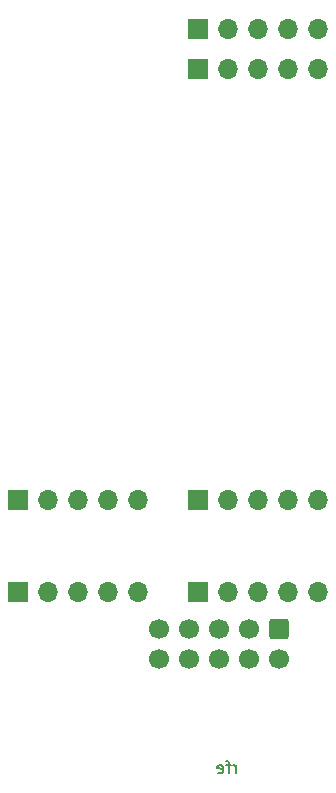
<source format=gbr>
%TF.GenerationSoftware,KiCad,Pcbnew,(6.0.0-0)*%
%TF.CreationDate,2022-01-16T08:37:53+00:00*%
%TF.ProjectId,curly-memory-kicad,6375726c-792d-46d6-956d-6f72792d6b69,rev?*%
%TF.SameCoordinates,Original*%
%TF.FileFunction,Soldermask,Bot*%
%TF.FilePolarity,Negative*%
%FSLAX46Y46*%
G04 Gerber Fmt 4.6, Leading zero omitted, Abs format (unit mm)*
G04 Created by KiCad (PCBNEW (6.0.0-0)) date 2022-01-16 08:37:53*
%MOMM*%
%LPD*%
G01*
G04 APERTURE LIST*
G04 Aperture macros list*
%AMRoundRect*
0 Rectangle with rounded corners*
0 $1 Rounding radius*
0 $2 $3 $4 $5 $6 $7 $8 $9 X,Y pos of 4 corners*
0 Add a 4 corners polygon primitive as box body*
4,1,4,$2,$3,$4,$5,$6,$7,$8,$9,$2,$3,0*
0 Add four circle primitives for the rounded corners*
1,1,$1+$1,$2,$3*
1,1,$1+$1,$4,$5*
1,1,$1+$1,$6,$7*
1,1,$1+$1,$8,$9*
0 Add four rect primitives between the rounded corners*
20,1,$1+$1,$2,$3,$4,$5,0*
20,1,$1+$1,$4,$5,$6,$7,0*
20,1,$1+$1,$6,$7,$8,$9,0*
20,1,$1+$1,$8,$9,$2,$3,0*%
G04 Aperture macros list end*
%ADD10C,0.150000*%
%ADD11RoundRect,0.250000X-0.600000X0.600000X-0.600000X-0.600000X0.600000X-0.600000X0.600000X0.600000X0*%
%ADD12C,1.700000*%
%ADD13R,1.700000X1.700000*%
%ADD14O,1.700000X1.700000*%
G04 APERTURE END LIST*
D10*
X20785714Y-94610180D02*
X20785714Y-93943514D01*
X20785714Y-94133990D02*
X20738095Y-94038752D01*
X20690476Y-93991133D01*
X20595238Y-93943514D01*
X20500000Y-93943514D01*
X20309523Y-93943514D02*
X19928571Y-93943514D01*
X20166666Y-94610180D02*
X20166666Y-93753038D01*
X20119047Y-93657800D01*
X20023809Y-93610180D01*
X19928571Y-93610180D01*
X19214285Y-94562561D02*
X19309523Y-94610180D01*
X19500000Y-94610180D01*
X19595238Y-94562561D01*
X19642857Y-94467323D01*
X19642857Y-94086371D01*
X19595238Y-93991133D01*
X19500000Y-93943514D01*
X19309523Y-93943514D01*
X19214285Y-93991133D01*
X19166666Y-94086371D01*
X19166666Y-94181609D01*
X19642857Y-94276847D01*
D11*
%TO.C,J401*%
X24384000Y-82440500D03*
D12*
X24384000Y-84980500D03*
X21844000Y-82440500D03*
X21844000Y-84980500D03*
X19304000Y-82440500D03*
X19304000Y-84980500D03*
X16764000Y-82440500D03*
X16764000Y-84980500D03*
X14224000Y-82440500D03*
X14224000Y-84980500D03*
%TD*%
D13*
%TO.C,J101*%
X17540000Y-31600000D03*
D14*
X20080000Y-31600000D03*
X22620000Y-31600000D03*
X25160000Y-31600000D03*
X27700000Y-31600000D03*
%TD*%
D13*
%TO.C,J103*%
X17540000Y-71500000D03*
D14*
X20080000Y-71500000D03*
X22620000Y-71500000D03*
X25160000Y-71500000D03*
X27700000Y-71500000D03*
%TD*%
D13*
%TO.C,J102*%
X2300000Y-71500000D03*
D14*
X4840000Y-71500000D03*
X7380000Y-71500000D03*
X9920000Y-71500000D03*
X12460000Y-71500000D03*
%TD*%
D13*
%TO.C,J105*%
X2300000Y-79250000D03*
D14*
X4840000Y-79250000D03*
X7380000Y-79250000D03*
X9920000Y-79250000D03*
X12460000Y-79250000D03*
%TD*%
D13*
%TO.C,J104*%
X17531000Y-79250000D03*
D14*
X20071000Y-79250000D03*
X22611000Y-79250000D03*
X25151000Y-79250000D03*
X27691000Y-79250000D03*
%TD*%
D13*
%TO.C,J106*%
X17540000Y-35000000D03*
D14*
X20080000Y-35000000D03*
X22620000Y-35000000D03*
X25160000Y-35000000D03*
X27700000Y-35000000D03*
%TD*%
M02*

</source>
